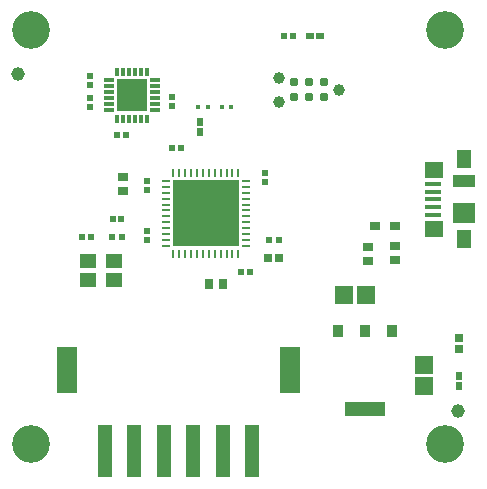
<source format=gbr>
%TF.GenerationSoftware,Altium Limited,Altium Designer,25.0.2 (28)*%
G04 Layer_Color=255*
%FSLAX45Y45*%
%MOMM*%
%TF.SameCoordinates,C223F9BF-7E24-4A28-B258-71FBB46568CF*%
%TF.FilePolarity,Positive*%
%TF.FileFunction,Pads,Top*%
%TF.Part,Single*%
G01*
G75*
%TA.AperFunction,ConnectorPad*%
%ADD15R,1.80000X3.90000*%
%ADD16R,1.30000X4.50000*%
%TA.AperFunction,SMDPad,CuDef*%
%ADD17R,0.60000X0.65000*%
%TA.AperFunction,ConnectorPad*%
%ADD18R,1.38000X0.45000*%
%ADD19R,1.55000X1.42500*%
%ADD20R,1.90000X1.00000*%
%ADD21R,1.90000X1.80000*%
%ADD22R,1.30000X1.65000*%
%TA.AperFunction,SMDPad,CuDef*%
%ADD23R,0.52000X0.56000*%
%ADD24R,0.75000X0.90000*%
%ADD25R,0.55000X0.50000*%
%ADD26R,0.52000X0.52000*%
%ADD27R,1.40000X1.15000*%
%ADD28R,3.50000X1.25000*%
%ADD29R,0.87213X1.00429*%
%TA.AperFunction,BGAPad,CuDef*%
%ADD30C,0.78700*%
%TA.AperFunction,SMDPad,CuDef*%
%ADD31R,5.60000X5.60000*%
%ADD32O,0.25000X0.80000*%
%ADD33O,0.80000X0.25000*%
%ADD34R,2.60000X2.70000*%
%ADD35R,0.35000X0.80000*%
%ADD36R,0.85000X0.35000*%
%ADD37R,0.45000X0.45000*%
%ADD38R,0.50000X0.70000*%
%ADD39R,0.56000X0.52000*%
%ADD40R,0.65000X0.60000*%
%ADD41R,0.90000X0.75000*%
%ADD42R,1.55000X1.50000*%
%ADD43R,0.70000X0.75000*%
%ADD44R,1.50000X1.55000*%
%ADD45R,0.50000X0.60000*%
%ADD46R,0.75000X0.70000*%
%ADD47R,0.95000X0.70000*%
%TA.AperFunction,ViaPad*%
%ADD49C,1.15200*%
%ADD50C,3.20000*%
%TA.AperFunction,ComponentPad*%
%ADD51C,0.99100*%
D15*
X11190000Y6120000D02*
D03*
X9300000D02*
D03*
D16*
X10870000Y5440000D02*
D03*
X10620000D02*
D03*
X10370000D02*
D03*
X10120000D02*
D03*
X9870000D02*
D03*
X9620000D02*
D03*
D17*
X10425000Y8225000D02*
D03*
Y8140000D02*
D03*
D18*
X12400000Y7700000D02*
D03*
Y7635000D02*
D03*
Y7570000D02*
D03*
Y7505000D02*
D03*
Y7440000D02*
D03*
D19*
X12408500Y7818750D02*
D03*
Y7321250D02*
D03*
D20*
X12666000Y7725000D02*
D03*
D21*
Y7455000D02*
D03*
D22*
Y7907500D02*
D03*
Y7232500D02*
D03*
D23*
X10975000Y7788000D02*
D03*
Y7712000D02*
D03*
X9975000Y7225000D02*
D03*
Y7301000D02*
D03*
X9500000Y8425000D02*
D03*
Y8349000D02*
D03*
X10190000Y8438000D02*
D03*
Y8362000D02*
D03*
X9500000Y8613000D02*
D03*
Y8537000D02*
D03*
X9977501Y7726000D02*
D03*
Y7650000D02*
D03*
D24*
X10625000Y6850000D02*
D03*
X10505000D02*
D03*
D25*
X9687500Y7400000D02*
D03*
X9762500D02*
D03*
D26*
X9765000Y7250000D02*
D03*
X9685000D02*
D03*
X9425000D02*
D03*
X9505000D02*
D03*
D27*
X9480000Y6890000D02*
D03*
X9700000D02*
D03*
Y7050000D02*
D03*
X9480000D02*
D03*
D28*
X11825000Y5795500D02*
D03*
D29*
X11596000Y6454500D02*
D03*
X11825000D02*
D03*
X12054000D02*
D03*
D30*
X11227000Y8434900D02*
D03*
Y8561900D02*
D03*
X11354000D02*
D03*
X11481000Y8434900D02*
D03*
Y8561900D02*
D03*
X11354000Y8434900D02*
D03*
D31*
X10477501Y7450000D02*
D03*
D32*
X10202501Y7790000D02*
D03*
X10252501D02*
D03*
X10302501D02*
D03*
X10352501D02*
D03*
X10402501D02*
D03*
X10452501D02*
D03*
X10502501D02*
D03*
X10552501D02*
D03*
X10602501D02*
D03*
X10652501D02*
D03*
X10702501D02*
D03*
X10752501D02*
D03*
Y7110000D02*
D03*
X10702501D02*
D03*
X10652501D02*
D03*
X10602501D02*
D03*
X10552501D02*
D03*
X10502501D02*
D03*
X10452501D02*
D03*
X10402501D02*
D03*
X10352501D02*
D03*
X10302501D02*
D03*
X10252501D02*
D03*
X10202501D02*
D03*
D33*
X10817501Y7725000D02*
D03*
Y7675000D02*
D03*
Y7625000D02*
D03*
Y7575000D02*
D03*
Y7525000D02*
D03*
Y7475000D02*
D03*
Y7425000D02*
D03*
Y7375000D02*
D03*
Y7325000D02*
D03*
Y7275000D02*
D03*
Y7225000D02*
D03*
Y7175000D02*
D03*
X10137501D02*
D03*
Y7225000D02*
D03*
Y7275000D02*
D03*
Y7325000D02*
D03*
Y7375000D02*
D03*
Y7425000D02*
D03*
Y7475000D02*
D03*
Y7525000D02*
D03*
Y7575000D02*
D03*
Y7625000D02*
D03*
Y7675000D02*
D03*
Y7725000D02*
D03*
D34*
X9852501Y8450000D02*
D03*
D35*
X9727501Y8250000D02*
D03*
X9777501D02*
D03*
X9827501D02*
D03*
X9877501D02*
D03*
X9927501D02*
D03*
X9977501D02*
D03*
X9727501Y8650000D02*
D03*
X9777501D02*
D03*
X9827501D02*
D03*
X9877501D02*
D03*
X9927501D02*
D03*
X9977501D02*
D03*
D36*
X10050001Y8325000D02*
D03*
Y8375000D02*
D03*
Y8425000D02*
D03*
Y8475000D02*
D03*
Y8525000D02*
D03*
Y8575000D02*
D03*
X9655001Y8325000D02*
D03*
Y8375000D02*
D03*
Y8425000D02*
D03*
Y8475000D02*
D03*
Y8525000D02*
D03*
Y8575000D02*
D03*
D37*
X10612501Y8350000D02*
D03*
X10692501D02*
D03*
X10492501D02*
D03*
X10412501D02*
D03*
D38*
X12620000Y5985000D02*
D03*
Y6075000D02*
D03*
D39*
X11213000Y8950000D02*
D03*
X11137000D02*
D03*
X10853501Y6950000D02*
D03*
X10777501D02*
D03*
X10187000Y8000000D02*
D03*
X10263000D02*
D03*
X9724000Y8110000D02*
D03*
X9800000D02*
D03*
D40*
X11357500Y8950000D02*
D03*
X11442500D02*
D03*
D41*
X9777501Y7640000D02*
D03*
Y7759999D02*
D03*
X11850000Y7045000D02*
D03*
Y7165000D02*
D03*
X12075000Y7055000D02*
D03*
Y7175000D02*
D03*
D42*
X12327501Y5985000D02*
D03*
Y6165000D02*
D03*
D43*
X12620000Y6397500D02*
D03*
Y6302500D02*
D03*
D44*
X11650000Y6760000D02*
D03*
X11830000D02*
D03*
D45*
X11007501Y7225000D02*
D03*
X11097501D02*
D03*
D46*
X11002501Y7075000D02*
D03*
X11097501D02*
D03*
D47*
X12075000Y7340000D02*
D03*
X11910000D02*
D03*
D49*
X12610000Y5780000D02*
D03*
X8890000Y8630000D02*
D03*
D50*
X9000000Y9000000D02*
D03*
Y5500000D02*
D03*
X12500000Y9000000D02*
D03*
Y5500000D02*
D03*
D51*
X11608000Y8498400D02*
D03*
X11100000Y8600000D02*
D03*
Y8396800D02*
D03*
%TF.MD5,3d17cda5f659f3a91f9f6db24046b6b6*%
M02*

</source>
